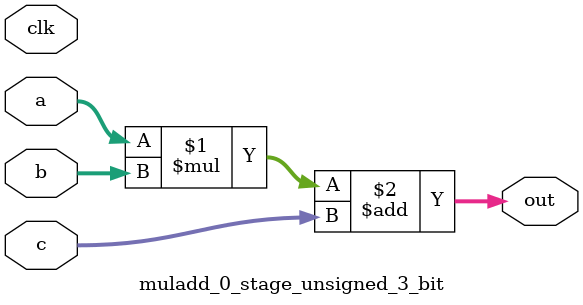
<source format=sv>
(* use_dsp = "yes" *) module muladd_0_stage_unsigned_3_bit(
	input  [2:0] a,
	input  [2:0] b,
	input  [2:0] c,
	output [2:0] out,
	input clk);

	assign out = (a * b) + c;
endmodule

</source>
